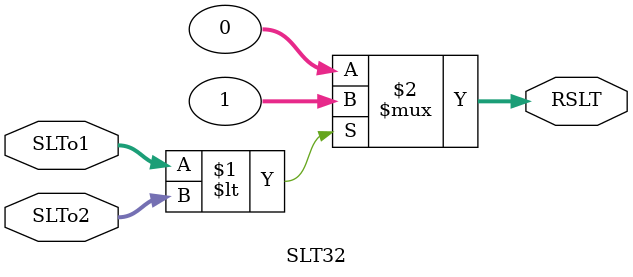
<source format=v>
module SLT32(
input[31:0]SLTo1,
input[31:0]SLTo2,
output[31:0]RSLT
);
assign RSLT = SLTo1 < SLTo2 ? 1:0;
endmodule

</source>
